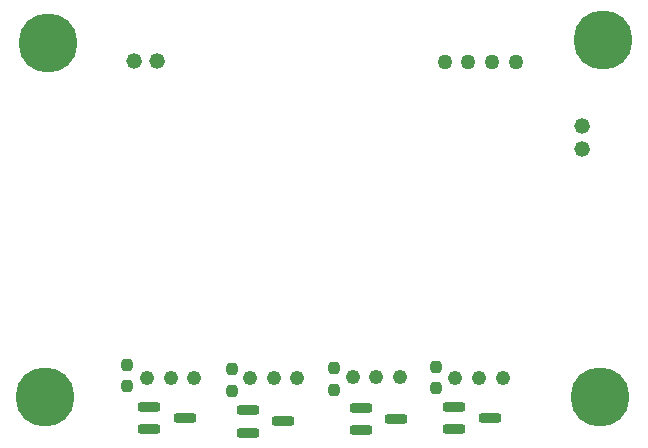
<source format=gbr>
G04 #@! TF.GenerationSoftware,KiCad,Pcbnew,9.0.0*
G04 #@! TF.CreationDate,2025-04-23T00:50:18-04:00*
G04 #@! TF.ProjectId,HallEffectManager,48616c6c-4566-4666-9563-744d616e6167,rev?*
G04 #@! TF.SameCoordinates,Original*
G04 #@! TF.FileFunction,Soldermask,Bot*
G04 #@! TF.FilePolarity,Negative*
%FSLAX46Y46*%
G04 Gerber Fmt 4.6, Leading zero omitted, Abs format (unit mm)*
G04 Created by KiCad (PCBNEW 9.0.0) date 2025-04-23 00:50:18*
%MOMM*%
%LPD*%
G01*
G04 APERTURE LIST*
G04 Aperture macros list*
%AMRoundRect*
0 Rectangle with rounded corners*
0 $1 Rounding radius*
0 $2 $3 $4 $5 $6 $7 $8 $9 X,Y pos of 4 corners*
0 Add a 4 corners polygon primitive as box body*
4,1,4,$2,$3,$4,$5,$6,$7,$8,$9,$2,$3,0*
0 Add four circle primitives for the rounded corners*
1,1,$1+$1,$2,$3*
1,1,$1+$1,$4,$5*
1,1,$1+$1,$6,$7*
1,1,$1+$1,$8,$9*
0 Add four rect primitives between the rounded corners*
20,1,$1+$1,$2,$3,$4,$5,0*
20,1,$1+$1,$4,$5,$6,$7,0*
20,1,$1+$1,$6,$7,$8,$9,0*
20,1,$1+$1,$8,$9,$2,$3,0*%
G04 Aperture macros list end*
%ADD10C,5.000000*%
%ADD11C,1.219200*%
%ADD12C,1.320800*%
%ADD13C,1.270000*%
%ADD14RoundRect,0.237500X-0.237500X0.250000X-0.237500X-0.250000X0.237500X-0.250000X0.237500X0.250000X0*%
%ADD15RoundRect,0.200000X-0.750000X-0.200000X0.750000X-0.200000X0.750000X0.200000X-0.750000X0.200000X0*%
G04 APERTURE END LIST*
D10*
X180750000Y-87750000D03*
D11*
X142400000Y-86100000D03*
X144400000Y-86100000D03*
X146400001Y-86100000D03*
X159800000Y-86082600D03*
X161800000Y-86082600D03*
X163800001Y-86082600D03*
D10*
X134000000Y-57750000D03*
D11*
X168500000Y-86100000D03*
X170500000Y-86100000D03*
X172500001Y-86100000D03*
D12*
X179232600Y-66750000D03*
X179232600Y-64749999D03*
X143250000Y-59267400D03*
X141249999Y-59267400D03*
D10*
X181000000Y-57500000D03*
X133750000Y-87750000D03*
D11*
X151099999Y-86100000D03*
X153099999Y-86100000D03*
X155100000Y-86100000D03*
D13*
X173600000Y-59400000D03*
X171600001Y-59400000D03*
X169600000Y-59400000D03*
X167600002Y-59400000D03*
D14*
X149600000Y-85387500D03*
X149600000Y-87212500D03*
X158200000Y-85287500D03*
X158200000Y-87112500D03*
D15*
X150900000Y-90750000D03*
X150900000Y-88850000D03*
X153900000Y-89800000D03*
X142600000Y-90450000D03*
X142600000Y-88550000D03*
X145600000Y-89500000D03*
D14*
X140700000Y-84987500D03*
X140700000Y-86812500D03*
X166900000Y-85187500D03*
X166900000Y-87012500D03*
D15*
X168400000Y-90450000D03*
X168400000Y-88550000D03*
X171400000Y-89500000D03*
X160500000Y-90550000D03*
X160500000Y-88650000D03*
X163500000Y-89600000D03*
M02*

</source>
